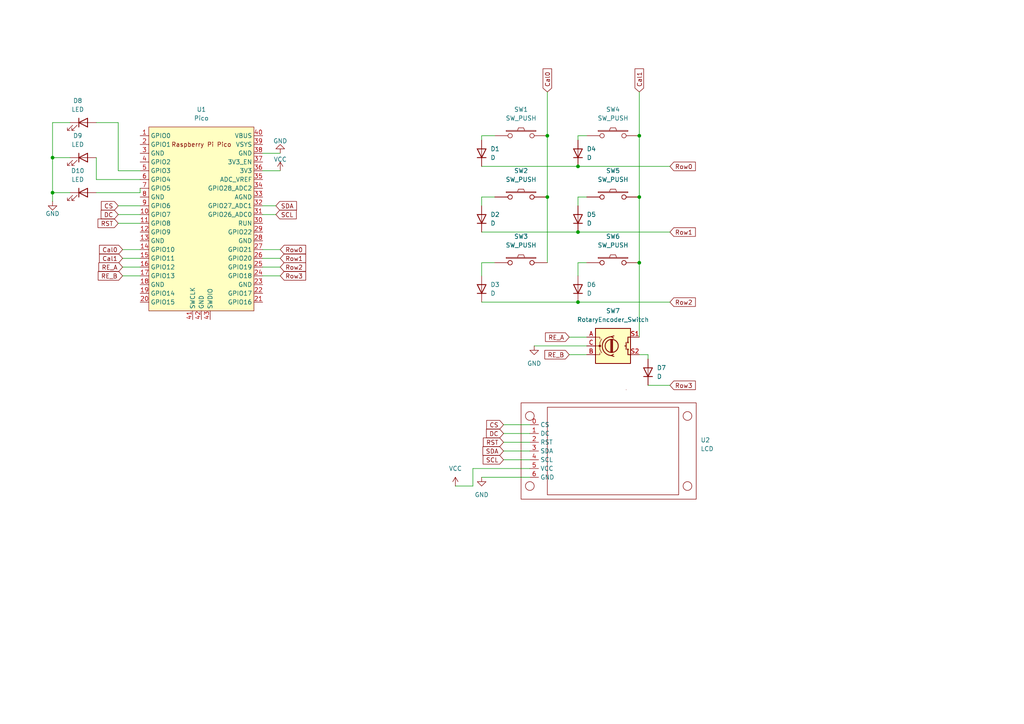
<source format=kicad_sch>
(kicad_sch (version 20231120) (generator "eeschema") (generator_version "8.0")
  (paper "A4")
  (lib_symbols
    (symbol "4xxx_IEEE:4001"
      (property "Reference" "U" (at -10.16 19.812 0))
      (property "Value" "LCD" (at -10.16 18.034 0))
      (symbol "4001_0_0"
        (pin input line (at -31.75 10.16 0) (length 2.54) (name "CS") (number "0"))
        (pin input line (at -31.75 7.62 0) (length 2.54) (name "DC") (number "1"))
        (pin input line (at -31.75 5.08 0) (length 2.54) (name "RST") (number "2"))
        (pin input line (at -31.75 2.54 0) (length 2.54) (name "SDA") (number "3"))
        (pin input line (at -31.75 0 0) (length 2.54) (name "SCL") (number "4"))
        (pin power_in line (at -31.75 -2.54 0) (length 2.54) (name "VCC") (number "5"))
        (pin power_out line (at -31.75 -5.08 0) (length 2.54) (name "GND") (number "6"))
      )
      (symbol "4001_0_1"
        (rectangle (start -34.29 16.51) (end 16.51 -11.43))
        (circle (center -31.75 -7.62) (radius 1.27))
        (circle (center -31.75 12.7) (radius 1.27))
        (rectangle (start -26.67 15.24) (end 11.43 -10.16))
        (rectangle (start -3.81 20.32) (end -3.81 20.32))
        (circle (center 13.97 -7.62) (radius 1.27))
        (circle (center 13.97 12.7) (radius 1.27))
      )
    )
    (symbol "Device:D" (pin_numbers hide) (pin_names (offset 1.016) hide)
      (property "Reference" "D" (at 0 2.54 0))
      (property "Value" "D" (at 0 -2.54 0))
      (symbol "D_0_1"
        (polyline (pts (xy -1.27 1.27) (xy -1.27 -1.27)) (stroke (width 0.254)))
        (polyline (pts (xy 1.27 0) (xy -1.27 0)))
        (polyline (pts (xy 1.27 1.27) (xy 1.27 -1.27) (xy -1.27 0) (xy 1.27 1.27)) (stroke (width 0.254)))
      )
      (symbol "D_1_1"
        (pin passive line (at -3.81 0 0) (length 2.54) (name "K") (number "1"))
        (pin passive line (at 3.81 0 180) (length 2.54) (name "A") (number "2"))
      )
    )
    (symbol "Device:LED" (pin_numbers hide) (pin_names (offset 1.016) hide)
      (property "Reference" "D" (at 0 2.54 0))
      (property "Value" "LED" (at 0 -2.54 0))
      (symbol "LED_0_1"
        (polyline (pts (xy -1.27 -1.27) (xy -1.27 1.27)) (stroke (width 0.254)))
        (polyline (pts (xy -1.27 0) (xy 1.27 0)))
        (polyline (pts (xy 1.27 -1.27) (xy 1.27 1.27) (xy -1.27 0) (xy 1.27 -1.27)) (stroke (width 0.254)))
        (polyline (pts (xy -3.048 -0.762) (xy -4.572 -2.286) (xy -3.81 -2.286) (xy -4.572 -2.286) (xy -4.572 -1.524)))
        (polyline (pts (xy -1.778 -0.762) (xy -3.302 -2.286) (xy -2.54 -2.286) (xy -3.302 -2.286) (xy -3.302 -1.524)))
      )
      (symbol "LED_1_1"
        (pin passive line (at -3.81 0 0) (length 2.54) (name "K") (number "1"))
        (pin passive line (at 3.81 0 180) (length 2.54) (name "A") (number "2"))
      )
    )
    (symbol "Device:RotaryEncoder_Switch" (pin_names (offset 0.254) hide)
      (property "Reference" "SW" (at 0 6.604 0))
      (property "Value" "RotaryEncoder_Switch" (at 0 -6.604 0))
      (symbol "RotaryEncoder_Switch_0_1"
        (rectangle (start -5.08 5.08) (end 5.08 -5.08) (stroke (width 0.254)) (fill (type background)))
        (circle (center -3.81 0) (radius 0.254) (fill (type outline)))
        (circle (center -0.381 0) (radius 1.905) (stroke (width 0.254)))
        (arc (start -0.381 2.667) (mid -3.0988 -0.0635) (end -0.381 -2.794) (stroke (width 0.254)))
        (polyline (pts (xy -0.635 -1.778) (xy -0.635 1.778)) (stroke (width 0.254)))
        (polyline (pts (xy -0.381 -1.778) (xy -0.381 1.778)) (stroke (width 0.254)))
        (polyline (pts (xy -0.127 1.778) (xy -0.127 -1.778)) (stroke (width 0.254)))
        (polyline (pts (xy 3.81 0) (xy 3.429 0)) (stroke (width 0.254)))
        (polyline (pts (xy 3.81 1.016) (xy 3.81 -1.016)) (stroke (width 0.254)))
        (polyline (pts (xy -5.08 -2.54) (xy -3.81 -2.54) (xy -3.81 -2.032)))
        (polyline (pts (xy -5.08 2.54) (xy -3.81 2.54) (xy -3.81 2.032)))
        (polyline (pts (xy 0.254 -3.048) (xy -0.508 -2.794) (xy 0.127 -2.413)) (stroke (width 0.254)))
        (polyline (pts (xy 0.254 2.921) (xy -0.508 2.667) (xy 0.127 2.286)) (stroke (width 0.254)))
        (polyline (pts (xy 5.08 -2.54) (xy 4.318 -2.54) (xy 4.318 -1.016)) (stroke (width 0.254)))
        (polyline (pts (xy 5.08 2.54) (xy 4.318 2.54) (xy 4.318 1.016)) (stroke (width 0.254)))
        (polyline (pts (xy -5.08 0) (xy -3.81 0) (xy -3.81 -1.016) (xy -3.302 -2.032)))
        (polyline (pts (xy -4.318 0) (xy -3.81 0) (xy -3.81 1.016) (xy -3.302 2.032)))
        (circle (center 4.318 -1.016) (radius 0.127) (stroke (width 0.254)))
        (circle (center 4.318 1.016) (radius 0.127) (stroke (width 0.254)))
      )
      (symbol "RotaryEncoder_Switch_1_1"
        (pin passive line (at -7.62 2.54 0) (length 2.54) (name "A") (number "A"))
        (pin passive line (at -7.62 -2.54 0) (length 2.54) (name "B") (number "B"))
        (pin passive line (at -7.62 0 0) (length 2.54) (name "C") (number "C"))
        (pin passive line (at 7.62 2.54 180) (length 2.54) (name "S1") (number "S1"))
        (pin passive line (at 7.62 -2.54 180) (length 2.54) (name "S2") (number "S2"))
      )
    )
    (symbol "MCU_RaspberryPi_and_Boards:Pico"
      (property "Reference" "U" (at -13.97 27.94 0))
      (property "Value" "Pico" (at 0 19.05 0))
      (symbol "Pico_0_0"
        (text "Raspberry Pi Pico" (at 0 21.59 0) (effects (font (size 1.27 1.27))))
      )
      (symbol "Pico_0_1"
        (rectangle (start -15.24 26.67) (end 15.24 -26.67) (fill (type background)))
      )
      (symbol "Pico_1_1"
        (pin bidirectional line (at -17.78 24.13 0) (length 2.54) (name "GPIO0") (number "1"))
        (pin bidirectional line (at -17.78 1.27 0) (length 2.54) (name "GPIO7") (number "10"))
        (pin bidirectional line (at -17.78 -1.27 0) (length 2.54) (name "GPIO8") (number "11"))
        (pin bidirectional line (at -17.78 -3.81 0) (length 2.54) (name "GPIO9") (number "12"))
        (pin power_in line (at -17.78 -6.35 0) (length 2.54) (name "GND") (number "13"))
        (pin bidirectional line (at -17.78 -8.89 0) (length 2.54) (name "GPIO10") (number "14"))
        (pin bidirectional line (at -17.78 -11.43 0) (length 2.54) (name "GPIO11") (number "15"))
        (pin bidirectional line (at -17.78 -13.97 0) (length 2.54) (name "GPIO12") (number "16"))
        (pin bidirectional line (at -17.78 -16.51 0) (length 2.54) (name "GPIO13") (number "17"))
        (pin power_in line (at -17.78 -19.05 0) (length 2.54) (name "GND") (number "18"))
        (pin bidirectional line (at -17.78 -21.59 0) (length 2.54) (name "GPIO14") (number "19"))
        (pin bidirectional line (at -17.78 21.59 0) (length 2.54) (name "GPIO1") (number "2"))
        (pin bidirectional line (at -17.78 -24.13 0) (length 2.54) (name "GPIO15") (number "20"))
        (pin bidirectional line (at 17.78 -24.13 180) (length 2.54) (name "GPIO16") (number "21"))
        (pin bidirectional line (at 17.78 -21.59 180) (length 2.54) (name "GPIO17") (number "22"))
        (pin power_in line (at 17.78 -19.05 180) (length 2.54) (name "GND") (number "23"))
        (pin bidirectional line (at 17.78 -16.51 180) (length 2.54) (name "GPIO18") (number "24"))
        (pin bidirectional line (at 17.78 -13.97 180) (length 2.54) (name "GPIO19") (number "25"))
        (pin bidirectional line (at 17.78 -11.43 180) (length 2.54) (name "GPIO20") (number "26"))
        (pin bidirectional line (at 17.78 -8.89 180) (length 2.54) (name "GPIO21") (number "27"))
        (pin power_in line (at 17.78 -6.35 180) (length 2.54) (name "GND") (number "28"))
        (pin bidirectional line (at 17.78 -3.81 180) (length 2.54) (name "GPIO22") (number "29"))
        (pin power_in line (at -17.78 19.05 0) (length 2.54) (name "GND") (number "3"))
        (pin input line (at 17.78 -1.27 180) (length 2.54) (name "RUN") (number "30"))
        (pin bidirectional line (at 17.78 1.27 180) (length 2.54) (name "GPIO26_ADC0") (number "31"))
        (pin bidirectional line (at 17.78 3.81 180) (length 2.54) (name "GPIO27_ADC1") (number "32"))
        (pin power_in line (at 17.78 6.35 180) (length 2.54) (name "AGND") (number "33"))
        (pin bidirectional line (at 17.78 8.89 180) (length 2.54) (name "GPIO28_ADC2") (number "34"))
        (pin power_in line (at 17.78 11.43 180) (length 2.54) (name "ADC_VREF") (number "35"))
        (pin power_in line (at 17.78 13.97 180) (length 2.54) (name "3V3") (number "36"))
        (pin input line (at 17.78 16.51 180) (length 2.54) (name "3V3_EN") (number "37"))
        (pin bidirectional line (at 17.78 19.05 180) (length 2.54) (name "GND") (number "38"))
        (pin power_in line (at 17.78 21.59 180) (length 2.54) (name "VSYS") (number "39"))
        (pin bidirectional line (at -17.78 16.51 0) (length 2.54) (name "GPIO2") (number "4"))
        (pin power_in line (at 17.78 24.13 180) (length 2.54) (name "VBUS") (number "40"))
        (pin input line (at -2.54 -29.21 90) (length 2.54) (name "SWCLK") (number "41"))
        (pin power_in line (at 0 -29.21 90) (length 2.54) (name "GND") (number "42"))
        (pin bidirectional line (at 2.54 -29.21 90) (length 2.54) (name "SWDIO") (number "43"))
        (pin bidirectional line (at -17.78 13.97 0) (length 2.54) (name "GPIO3") (number "5"))
        (pin bidirectional line (at -17.78 11.43 0) (length 2.54) (name "GPIO4") (number "6"))
        (pin bidirectional line (at -17.78 8.89 0) (length 2.54) (name "GPIO5") (number "7"))
        (pin power_in line (at -17.78 6.35 0) (length 2.54) (name "GND") (number "8"))
        (pin bidirectional line (at -17.78 3.81 0) (length 2.54) (name "GPIO6") (number "9"))
      )
    )
    (symbol "kbd:SW_PUSH" (pin_numbers hide) (pin_names (offset 1.016) hide)
      (property "Reference" "SW" (at 3.81 2.794 0))
      (property "Value" "SW_PUSH" (at 0 -2.032 0))
      (symbol "SW_PUSH_0_1"
        (rectangle (start -4.318 1.27) (end 4.318 1.524))
        (polyline (pts (xy -1.016 1.524) (xy -0.762 2.286) (xy 0.762 2.286) (xy 1.016 1.524)))
        (pin passive inverted (at -7.62 0 0) (length 5.08) (name "1") (number "1"))
        (pin passive inverted (at 7.62 0 180) (length 5.08) (name "2") (number "2"))
      )
    )
    (symbol "power:GND" (power) (pin_numbers hide) (pin_names (offset 0) hide)
      (property "Value" "GND" (at 0 -3.81 0))
      (symbol "GND_0_1"
        (polyline (pts (xy 0 0) (xy 0 -1.27) (xy 1.27 -1.27) (xy 0 -2.54) (xy -1.27 -1.27) (xy 0 -1.27)))
      )
      (symbol "GND_1_1"
        (pin power_in line (at 0 0 270) (length 0) (name "~") (number "1"))
      )
    )
    (symbol "power:VCC" (power) (pin_numbers hide) (pin_names (offset 0) hide)
      (property "Value" "VCC" (at 0 3.556 0))
      (symbol "VCC_0_1"
        (polyline (pts (xy -0.762 1.27) (xy 0 2.54)))
        (polyline (pts (xy 0 0) (xy 0 2.54)))
        (polyline (pts (xy 0 2.54) (xy 0.762 1.27)))
      )
      (symbol "VCC_1_1"
        (pin power_in line (at 0 0 90) (length 0) (name "~") (number "1"))
      )
    )
  )
  (junction (at 185.42 57.15))
  (junction (at 15.24 45.72))
  (junction (at 158.75 39.37))
  (junction (at 167.64 87.63))
  (junction (at 185.42 39.37))
  (junction (at 15.24 55.88))
  (junction (at 185.42 76.2))
  (junction (at 167.64 67.31))
  (junction (at 167.64 48.26))
  (junction (at 158.75 57.15))
  (wire (pts (xy 139.7 57.15) (xy 139.7 59.69)))
  (wire (pts (xy 167.64 67.31) (xy 194.31 67.31)))
  (wire (pts (xy 34.29 49.53) (xy 40.64 49.53)))
  (wire (pts (xy 185.42 26.67) (xy 185.42 39.37)))
  (wire (pts (xy 20.32 45.72) (xy 15.24 45.72)))
  (wire (pts (xy 76.2 80.01) (xy 81.28 80.01)))
  (wire (pts (xy 146.05 133.35) (xy 153.67 133.35)))
  (wire (pts (xy 146.05 130.81) (xy 153.67 130.81)))
  (wire (pts (xy 76.2 62.23) (xy 80.01 62.23)))
  (wire (pts (xy 15.24 45.72) (xy 15.24 55.88)))
  (wire (pts (xy 20.32 55.88) (xy 15.24 55.88)))
  (wire (pts (xy 76.2 44.45) (xy 81.28 44.45)))
  (wire (pts (xy 143.51 76.2) (xy 139.7 76.2)))
  (wire (pts (xy 185.42 39.37) (xy 185.42 57.15)))
  (wire (pts (xy 170.18 39.37) (xy 167.64 39.37)))
  (wire (pts (xy 167.64 39.37) (xy 167.64 40.64)))
  (wire (pts (xy 167.64 48.26) (xy 194.31 48.26)))
  (wire (pts (xy 170.18 76.2) (xy 167.64 76.2)))
  (wire (pts (xy 146.05 123.19) (xy 153.67 123.19)))
  (wire (pts (xy 185.42 76.2) (xy 185.42 97.79)))
  (wire (pts (xy 27.94 52.07) (xy 27.94 45.72)))
  (wire (pts (xy 154.94 100.33) (xy 170.18 100.33)))
  (wire (pts (xy 139.7 76.2) (xy 139.7 80.01)))
  (wire (pts (xy 76.2 74.93) (xy 81.28 74.93)))
  (wire (pts (xy 158.75 26.67) (xy 158.75 39.37)))
  (wire (pts (xy 137.16 140.97) (xy 137.16 135.89)))
  (wire (pts (xy 34.29 35.56) (xy 34.29 49.53)))
  (wire (pts (xy 15.24 55.88) (xy 15.24 58.42)))
  (wire (pts (xy 170.18 57.15) (xy 167.64 57.15)))
  (wire (pts (xy 137.16 135.89) (xy 153.67 135.89)))
  (wire (pts (xy 167.64 87.63) (xy 139.7 87.63)))
  (wire (pts (xy 35.56 74.93) (xy 40.64 74.93)))
  (wire (pts (xy 35.56 77.47) (xy 40.64 77.47)))
  (wire (pts (xy 132.08 140.97) (xy 137.16 140.97)))
  (wire (pts (xy 165.1 102.87) (xy 170.18 102.87)))
  (wire (pts (xy 139.7 39.37) (xy 139.7 40.64)))
  (wire (pts (xy 194.31 87.63) (xy 167.64 87.63)))
  (wire (pts (xy 76.2 59.69) (xy 80.01 59.69)))
  (wire (pts (xy 185.42 102.87) (xy 187.96 102.87)))
  (wire (pts (xy 143.51 57.15) (xy 139.7 57.15)))
  (wire (pts (xy 146.05 125.73) (xy 153.67 125.73)))
  (wire (pts (xy 165.1 97.79) (xy 170.18 97.79)))
  (wire (pts (xy 27.94 55.88) (xy 40.64 55.88)))
  (wire (pts (xy 40.64 55.88) (xy 40.64 54.61)))
  (wire (pts (xy 76.2 49.53) (xy 81.28 49.53)))
  (wire (pts (xy 27.94 35.56) (xy 34.29 35.56)))
  (wire (pts (xy 34.29 64.77) (xy 40.64 64.77)))
  (wire (pts (xy 76.2 77.47) (xy 81.28 77.47)))
  (wire (pts (xy 34.29 59.69) (xy 40.64 59.69)))
  (wire (pts (xy 167.64 57.15) (xy 167.64 59.69)))
  (wire (pts (xy 76.2 72.39) (xy 81.28 72.39)))
  (wire (pts (xy 35.56 80.01) (xy 40.64 80.01)))
  (wire (pts (xy 20.32 35.56) (xy 15.24 35.56)))
  (wire (pts (xy 167.64 76.2) (xy 167.64 80.01)))
  (wire (pts (xy 158.75 57.15) (xy 158.75 76.2)))
  (wire (pts (xy 139.7 48.26) (xy 167.64 48.26)))
  (wire (pts (xy 158.75 39.37) (xy 158.75 57.15)))
  (wire (pts (xy 15.24 35.56) (xy 15.24 45.72)))
  (wire (pts (xy 35.56 72.39) (xy 40.64 72.39)))
  (wire (pts (xy 187.96 111.76) (xy 194.31 111.76)))
  (wire (pts (xy 146.05 128.27) (xy 153.67 128.27)))
  (wire (pts (xy 187.96 102.87) (xy 187.96 104.14)))
  (wire (pts (xy 143.51 39.37) (xy 139.7 39.37)))
  (wire (pts (xy 139.7 138.43) (xy 153.67 138.43)))
  (wire (pts (xy 40.64 52.07) (xy 27.94 52.07)))
  (wire (pts (xy 185.42 57.15) (xy 185.42 76.2)))
  (wire (pts (xy 34.29 62.23) (xy 40.64 62.23)))
  (wire (pts (xy 139.7 67.31) (xy 167.64 67.31)))
  (global_label "SDA" (shape input) (at 146.05 130.81 180) (property "Intersheetrefs" "${INTERSHEET_REFS}" (effects (hide yes))))
  (global_label "SCL" (shape input) (at 146.05 133.35 180) (property "Intersheetrefs" "${INTERSHEET_REFS}" (effects (hide yes))))
  (global_label "SCL" (shape input) (at 80.01 62.23 0) (property "Intersheetrefs" "${INTERSHEET_REFS}" (effects (hide yes))))
  (global_label "Row0" (shape input) (at 194.31 48.26 0) (property "Intersheetrefs" "${INTERSHEET_REFS}" (effects (hide yes))))
  (global_label "SDA" (shape input) (at 80.01 59.69 0) (property "Intersheetrefs" "${INTERSHEET_REFS}" (effects (hide yes))))
  (global_label "Row2" (shape input) (at 194.31 87.63 0) (property "Intersheetrefs" "${INTERSHEET_REFS}" (effects (hide yes))))
  (global_label "Row1" (shape input) (at 81.28 74.93 0) (property "Intersheetrefs" "${INTERSHEET_REFS}" (effects (hide yes))))
  (global_label "RE_A" (shape input) (at 35.56 77.47 180) (property "Intersheetrefs" "${INTERSHEET_REFS}" (effects (hide yes))))
  (global_label "CS" (shape input) (at 34.29 59.69 180) (property "Intersheetrefs" "${INTERSHEET_REFS}" (effects (hide yes))))
  (global_label "Row2" (shape input) (at 81.28 77.47 0) (property "Intersheetrefs" "${INTERSHEET_REFS}" (effects (hide yes))))
  (global_label "Row1" (shape input) (at 194.31 67.31 0) (property "Intersheetrefs" "${INTERSHEET_REFS}" (effects (hide yes))))
  (global_label "Cal0" (shape input) (at 158.75 26.67 90) (property "Intersheetrefs" "${INTERSHEET_REFS}" (effects (hide yes))))
  (global_label "Cal1" (shape input) (at 35.56 74.93 180) (property "Intersheetrefs" "${INTERSHEET_REFS}" (effects (hide yes))))
  (global_label "Cal0" (shape input) (at 35.56 72.39 180) (property "Intersheetrefs" "${INTERSHEET_REFS}" (effects (hide yes))))
  (global_label "RST" (shape input) (at 146.05 128.27 180) (property "Intersheetrefs" "${INTERSHEET_REFS}" (effects (hide yes))))
  (global_label "Row3" (shape input) (at 194.31 111.76 0) (property "Intersheetrefs" "${INTERSHEET_REFS}" (effects (hide yes))))
  (global_label "Row3" (shape input) (at 81.28 80.01 0) (property "Intersheetrefs" "${INTERSHEET_REFS}" (effects (hide yes))))
  (global_label "CS" (shape input) (at 146.05 123.19 180) (property "Intersheetrefs" "${INTERSHEET_REFS}" (effects (hide yes))))
  (global_label "DC" (shape input) (at 146.05 125.73 180) (property "Intersheetrefs" "${INTERSHEET_REFS}" (effects (hide yes))))
  (global_label "RST" (shape input) (at 34.29 64.77 180) (property "Intersheetrefs" "${INTERSHEET_REFS}" (effects (hide yes))))
  (global_label "Row0" (shape input) (at 81.28 72.39 0) (property "Intersheetrefs" "${INTERSHEET_REFS}" (effects (hide yes))))
  (global_label "DC" (shape input) (at 34.29 62.23 180) (property "Intersheetrefs" "${INTERSHEET_REFS}" (effects (hide yes))))
  (global_label "RE_B" (shape input) (at 165.1 102.87 180) (property "Intersheetrefs" "${INTERSHEET_REFS}" (effects (hide yes))))
  (global_label "RE_B" (shape input) (at 35.56 80.01 180) (property "Intersheetrefs" "${INTERSHEET_REFS}" (effects (hide yes))))
  (global_label "Cal1" (shape input) (at 185.42 26.67 90) (property "Intersheetrefs" "${INTERSHEET_REFS}" (effects (hide yes))))
  (global_label "RE_A" (shape input) (at 165.1 97.79 180) (property "Intersheetrefs" "${INTERSHEET_REFS}" (effects (hide yes))))
  (symbol (lib_id "kbd:SW_PUSH") (at 177.8 39.37 0) (unit 1)
    (property "Reference" "SW4" (at 177.8 31.75 0))
    (property "Value" "SW_PUSH" (at 177.8 34.29 0))
  )
  (symbol (lib_id "Device:LED") (at 24.13 55.88 0) (unit 1)
    (property "Reference" "D10" (at 22.5425 49.53 0))
    (property "Value" "LED" (at 22.5425 52.07 0))
    (property "Description" "Light emitting diode" (effects (hide yes)))
  )
  (symbol (lib_id "power:VCC") (at 132.08 140.97 0) (unit 1)
    (property "Reference" "#PWR03" (effects (hide yes)))
    (property "Value" "VCC" (at 132.08 135.89 0))
    (property "Description" "Power symbol creates a global label with name \"VCC\"" (effects (hide yes)))
  )
  (symbol (lib_id "4xxx_IEEE:4001") (at 185.42 133.35 0) (unit 1)
    (property "Reference" "U2" (at 203.2 127.6349 0) (effects (justify left)))
    (property "Value" "LCD" (at 203.2 130.1749 0) (effects (justify left)))
  )
  (symbol (lib_id "power:GND") (at 15.24 58.42 0) (unit 1)
    (property "Reference" "#PWR06" (effects (hide yes)))
    (property "Value" "GND" (at 15.24 61.976 0))
    (property "Description" "Power symbol creates a global label with name \"GND\" , ground" (effects (hide yes)))
  )
  (symbol (lib_id "Device:D") (at 139.7 83.82 90) (unit 1)
    (property "Reference" "D3" (at 142.24 82.5499 90) (effects (justify right)))
    (property "Value" "D" (at 142.24 85.0899 90) (effects (justify right)))
    (property "Description" "Diode" (effects (hide yes)))
    (property "Sim.Device" "D" (effects (hide yes)))
    (property "Sim.Pins" "1=K 2=A" (effects (hide yes)))
  )
  (symbol (lib_id "power:VCC") (at 81.28 49.53 0) (unit 1)
    (property "Reference" "#PWR05" (effects (hide yes)))
    (property "Value" "VCC" (at 81.28 46.228 0))
    (property "Description" "Power symbol creates a global label with name \"VCC\"" (effects (hide yes)))
  )
  (symbol (lib_id "Device:D") (at 167.64 63.5 90) (unit 1)
    (property "Reference" "D5" (at 170.18 62.2299 90) (effects (justify right)))
    (property "Value" "D" (at 170.18 64.7699 90) (effects (justify right)))
    (property "Description" "Diode" (effects (hide yes)))
    (property "Sim.Device" "D" (effects (hide yes)))
    (property "Sim.Pins" "1=K 2=A" (effects (hide yes)))
  )
  (symbol (lib_id "Device:D") (at 139.7 44.45 90) (unit 1)
    (property "Reference" "D1" (at 142.24 43.1799 90) (effects (justify right)))
    (property "Value" "D" (at 142.24 45.7199 90) (effects (justify right)))
    (property "Description" "Diode" (effects (hide yes)))
    (property "Sim.Device" "D" (effects (hide yes)))
    (property "Sim.Pins" "1=K 2=A" (effects (hide yes)))
  )
  (symbol (lib_id "kbd:SW_PUSH") (at 177.8 57.15 0) (unit 1)
    (property "Reference" "SW5" (at 177.8 49.53 0))
    (property "Value" "SW_PUSH" (at 177.8 52.07 0))
  )
  (symbol (lib_id "Device:LED") (at 24.13 35.56 0) (unit 1)
    (property "Reference" "D8" (at 22.5425 29.21 0))
    (property "Value" "LED" (at 22.5425 31.75 0))
    (property "Description" "Light emitting diode" (effects (hide yes)))
  )
  (symbol (lib_id "Device:RotaryEncoder_Switch") (at 177.8 100.33 0) (unit 1)
    (property "Reference" "SW7" (at 177.8 90.17 0))
    (property "Value" "RotaryEncoder_Switch" (at 177.8 92.71 0))
    (property "Description" "Rotary encoder, dual channel, incremental quadrate outputs, with switch" (effects (hide yes)))
  )
  (symbol (lib_id "power:GND") (at 81.28 44.45 0) (mirror x) (unit 1)
    (property "Reference" "#PWR04" (effects (hide yes)))
    (property "Value" "GND" (at 81.28 40.894 0))
    (property "Description" "Power symbol creates a global label with name \"GND\" , ground" (effects (hide yes)))
  )
  (symbol (lib_id "Device:D") (at 187.96 107.95 90) (unit 1)
    (property "Reference" "D7" (at 190.5 106.6799 90) (effects (justify right)))
    (property "Value" "D" (at 190.5 109.2199 90) (effects (justify right)))
    (property "Description" "Diode" (effects (hide yes)))
    (property "Sim.Device" "D" (effects (hide yes)))
    (property "Sim.Pins" "1=K 2=A" (effects (hide yes)))
  )
  (symbol (lib_id "Device:D") (at 167.64 44.45 90) (unit 1)
    (property "Reference" "D4" (at 170.18 43.1799 90) (effects (justify right)))
    (property "Value" "D" (at 170.18 45.7199 90) (effects (justify right)))
    (property "Description" "Diode" (effects (hide yes)))
    (property "Sim.Device" "D" (effects (hide yes)))
    (property "Sim.Pins" "1=K 2=A" (effects (hide yes)))
  )
  (symbol (lib_id "Device:D") (at 167.64 83.82 90) (unit 1)
    (property "Reference" "D6" (at 170.18 82.5499 90) (effects (justify right)))
    (property "Value" "D" (at 170.18 85.0899 90) (effects (justify right)))
    (property "Description" "Diode" (effects (hide yes)))
    (property "Sim.Device" "D" (effects (hide yes)))
    (property "Sim.Pins" "1=K 2=A" (effects (hide yes)))
  )
  (symbol (lib_id "power:GND") (at 139.7 138.43 0) (unit 1)
    (property "Reference" "#PWR02" (effects (hide yes)))
    (property "Value" "GND" (at 139.7 143.51 0))
    (property "Description" "Power symbol creates a global label with name \"GND\" , ground" (effects (hide yes)))
  )
  (symbol (lib_id "kbd:SW_PUSH") (at 151.13 76.2 0) (unit 1)
    (property "Reference" "SW3" (at 151.13 68.58 0))
    (property "Value" "SW_PUSH" (at 151.13 71.12 0))
  )
  (symbol (lib_id "kbd:SW_PUSH") (at 151.13 57.15 0) (unit 1)
    (property "Reference" "SW2" (at 151.13 49.53 0))
    (property "Value" "SW_PUSH" (at 151.13 52.07 0))
  )
  (symbol (lib_id "kbd:SW_PUSH") (at 151.13 39.37 0) (unit 1)
    (property "Reference" "SW1" (at 151.13 31.75 0))
    (property "Value" "SW_PUSH" (at 151.13 34.29 0))
  )
  (symbol (lib_id "kbd:SW_PUSH") (at 177.8 76.2 0) (unit 1)
    (property "Reference" "SW6" (at 177.8 68.58 0))
    (property "Value" "SW_PUSH" (at 177.8 71.12 0))
  )
  (symbol (lib_id "power:GND") (at 154.94 100.33 0) (unit 1)
    (property "Reference" "#PWR01" (effects (hide yes)))
    (property "Value" "GND" (at 154.94 105.41 0))
    (property "Description" "Power symbol creates a global label with name \"GND\" , ground" (effects (hide yes)))
  )
  (symbol (lib_id "Device:D") (at 139.7 63.5 90) (unit 1)
    (property "Reference" "D2" (at 142.24 62.2299 90) (effects (justify right)))
    (property "Value" "D" (at 142.24 64.7699 90) (effects (justify right)))
    (property "Description" "Diode" (effects (hide yes)))
    (property "Sim.Device" "D" (effects (hide yes)))
    (property "Sim.Pins" "1=K 2=A" (effects (hide yes)))
  )
  (symbol (lib_id "MCU_RaspberryPi_and_Boards:Pico") (at 58.42 63.5 0) (unit 1)
    (property "Reference" "U1" (at 58.42 31.75 0))
    (property "Value" "Pico" (at 58.42 34.29 0))
    (property "Footprint" "RPi_Pico:RPi_Pico_SMD_TH" (effects (hide yes)))
  )
  (symbol (lib_id "Device:LED") (at 24.13 45.72 0) (unit 1)
    (property "Reference" "D9" (at 22.5425 39.37 0))
    (property "Value" "LED" (at 22.5425 41.91 0))
    (property "Description" "Light emitting diode" (effects (hide yes)))
  )
)
</source>
